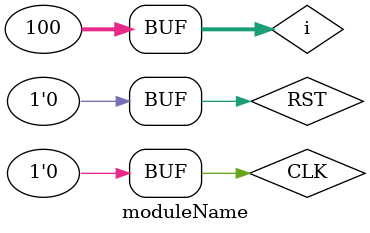
<source format=v>
module moduleName ();

reg CLK;
wire [31:0] OUT;
reg RST;
integer i;
SingleCpu SingleCpu1 (.CLK(CLK), .RST(RST), .OUT(OUT));

initial begin
    RST = 1;
    CLK = 1;
    #5
    CLK = 0;
    #5;
    CLK = 1;
    #5
    RST = 0;
    CLK = 0;
    for(i=0; i<100; i=i+1) begin
        CLK = 1;
        #5
        CLK = 0;
        #5;
    end


end


// always begin
//     #6 CLK=0;
//     #4 CLK=1;
// end

    
endmodule
</source>
